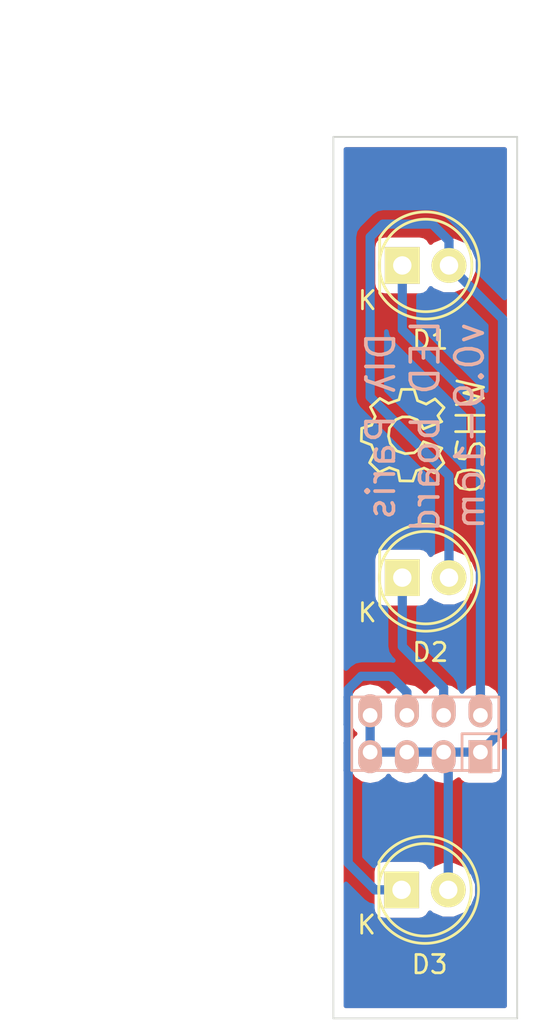
<source format=kicad_pcb>
(kicad_pcb (version 4) (host pcbnew "(2015-08-06 BZR 6060)-product")

  (general
    (links 10)
    (no_connects 0)
    (area 117.449999 52.449999 127.550001 100.550001)
    (thickness 1.6)
    (drawings 7)
    (tracks 40)
    (zones 0)
    (modules 5)
    (nets 5)
  )

  (page A4)
  (layers
    (0 F.Cu signal)
    (31 B.Cu signal)
    (32 B.Adhes user)
    (33 F.Adhes user)
    (34 B.Paste user)
    (35 F.Paste user)
    (36 B.SilkS user)
    (37 F.SilkS user)
    (38 B.Mask user)
    (39 F.Mask user)
    (40 Dwgs.User user)
    (41 Cmts.User user)
    (42 Eco1.User user)
    (43 Eco2.User user)
    (44 Edge.Cuts user)
    (45 Margin user)
    (46 B.CrtYd user)
    (47 F.CrtYd user)
    (48 B.Fab user)
    (49 F.Fab user)
  )

  (setup
    (last_trace_width 0.5)
    (trace_clearance 0.3)
    (zone_clearance 0.508)
    (zone_45_only no)
    (trace_min 0.2)
    (segment_width 0.2)
    (edge_width 0.1)
    (via_size 0.6)
    (via_drill 0.4)
    (via_min_size 0.4)
    (via_min_drill 0.3)
    (uvia_size 0.3)
    (uvia_drill 0.1)
    (uvias_allowed no)
    (uvia_min_size 0.2)
    (uvia_min_drill 0.1)
    (pcb_text_width 0.3)
    (pcb_text_size 1.5 1.5)
    (mod_edge_width 0.15)
    (mod_text_size 1 1)
    (mod_text_width 0.15)
    (pad_size 1.5 1.5)
    (pad_drill 0.6)
    (pad_to_mask_clearance 0)
    (aux_axis_origin 0 0)
    (visible_elements FFFFFF7F)
    (pcbplotparams
      (layerselection 0x00030_80000001)
      (usegerberextensions false)
      (excludeedgelayer true)
      (linewidth 0.100000)
      (plotframeref false)
      (viasonmask false)
      (mode 1)
      (useauxorigin false)
      (hpglpennumber 1)
      (hpglpenspeed 20)
      (hpglpendiameter 15)
      (hpglpenoverlay 2)
      (psnegative false)
      (psa4output false)
      (plotreference true)
      (plotvalue true)
      (plotinvisibletext false)
      (padsonsilk false)
      (subtractmaskfromsilk false)
      (outputformat 1)
      (mirror false)
      (drillshape 1)
      (scaleselection 1)
      (outputdirectory ""))
  )

  (net 0 "")
  (net 1 "Net-(D1-Pad1)")
  (net 2 +3V3)
  (net 3 "Net-(D2-Pad1)")
  (net 4 "Net-(D3-Pad1)")

  (net_class Default "This is the default net class."
    (clearance 0.3)
    (trace_width 0.5)
    (via_dia 0.6)
    (via_drill 0.4)
    (uvia_dia 0.3)
    (uvia_drill 0.1)
    (add_net +3V3)
    (add_net "Net-(D1-Pad1)")
    (add_net "Net-(D2-Pad1)")
    (add_net "Net-(D3-Pad1)")
  )

  (module LEDs:LED-5MM (layer F.Cu) (tedit 5570F7EA) (tstamp 55C86B21)
    (at 121.21 93.5)
    (descr "LED 5mm round vertical")
    (tags "LED 5mm round vertical")
    (path /55C871CE)
    (fp_text reference D3 (at 1.524 4.064) (layer F.SilkS)
      (effects (font (size 1 1) (thickness 0.15)))
    )
    (fp_text value LED (at 1.524 -3.937) (layer F.Fab)
      (effects (font (size 1 1) (thickness 0.15)))
    )
    (fp_line (start -1.5 -1.55) (end -1.5 1.55) (layer F.CrtYd) (width 0.05))
    (fp_arc (start 1.3 0) (end -1.5 1.55) (angle -302) (layer F.CrtYd) (width 0.05))
    (fp_arc (start 1.27 0) (end -1.23 -1.5) (angle 297.5) (layer F.SilkS) (width 0.15))
    (fp_line (start -1.23 1.5) (end -1.23 -1.5) (layer F.SilkS) (width 0.15))
    (fp_circle (center 1.27 0) (end 0.97 -2.5) (layer F.SilkS) (width 0.15))
    (fp_text user K (at -1.905 1.905) (layer F.SilkS)
      (effects (font (size 1 1) (thickness 0.15)))
    )
    (pad 1 thru_hole rect (at 0 0 90) (size 2 1.9) (drill 1.00076) (layers *.Cu *.Mask F.SilkS)
      (net 4 "Net-(D3-Pad1)"))
    (pad 2 thru_hole circle (at 2.54 0) (size 1.9 1.9) (drill 1.00076) (layers *.Cu *.Mask F.SilkS)
      (net 2 +3V3))
    (model LEDs.3dshapes/LED-5MM.wrl
      (at (xyz 0.05 0 0))
      (scale (xyz 1 1 1))
      (rotate (xyz 0 0 90))
    )
  )

  (module LEDs:LED-5MM (layer F.Cu) (tedit 5570F7EA) (tstamp 55C86B09)
    (at 121.25 59.5)
    (descr "LED 5mm round vertical")
    (tags "LED 5mm round vertical")
    (path /55C87150)
    (fp_text reference D1 (at 1.524 4.064) (layer F.SilkS)
      (effects (font (size 1 1) (thickness 0.15)))
    )
    (fp_text value LED (at 1.524 -3.937) (layer F.Fab)
      (effects (font (size 1 1) (thickness 0.15)))
    )
    (fp_line (start -1.5 -1.55) (end -1.5 1.55) (layer F.CrtYd) (width 0.05))
    (fp_arc (start 1.3 0) (end -1.5 1.55) (angle -302) (layer F.CrtYd) (width 0.05))
    (fp_arc (start 1.27 0) (end -1.23 -1.5) (angle 297.5) (layer F.SilkS) (width 0.15))
    (fp_line (start -1.23 1.5) (end -1.23 -1.5) (layer F.SilkS) (width 0.15))
    (fp_circle (center 1.27 0) (end 0.97 -2.5) (layer F.SilkS) (width 0.15))
    (fp_text user K (at -1.905 1.905) (layer F.SilkS)
      (effects (font (size 1 1) (thickness 0.15)))
    )
    (pad 1 thru_hole rect (at 0 0 90) (size 2 1.9) (drill 1.00076) (layers *.Cu *.Mask F.SilkS)
      (net 1 "Net-(D1-Pad1)"))
    (pad 2 thru_hole circle (at 2.54 0) (size 1.9 1.9) (drill 1.00076) (layers *.Cu *.Mask F.SilkS)
      (net 2 +3V3))
    (model LEDs.3dshapes/LED-5MM.wrl
      (at (xyz 0.05 0 0))
      (scale (xyz 1 1 1))
      (rotate (xyz 0 0 90))
    )
  )

  (module LEDs:LED-5MM (layer F.Cu) (tedit 5570F7EA) (tstamp 55C86B15)
    (at 121.25 76.5)
    (descr "LED 5mm round vertical")
    (tags "LED 5mm round vertical")
    (path /55C871AB)
    (fp_text reference D2 (at 1.524 4.064) (layer F.SilkS)
      (effects (font (size 1 1) (thickness 0.15)))
    )
    (fp_text value LED (at 1.524 -3.937) (layer F.Fab)
      (effects (font (size 1 1) (thickness 0.15)))
    )
    (fp_line (start -1.5 -1.55) (end -1.5 1.55) (layer F.CrtYd) (width 0.05))
    (fp_arc (start 1.3 0) (end -1.5 1.55) (angle -302) (layer F.CrtYd) (width 0.05))
    (fp_arc (start 1.27 0) (end -1.23 -1.5) (angle 297.5) (layer F.SilkS) (width 0.15))
    (fp_line (start -1.23 1.5) (end -1.23 -1.5) (layer F.SilkS) (width 0.15))
    (fp_circle (center 1.27 0) (end 0.97 -2.5) (layer F.SilkS) (width 0.15))
    (fp_text user K (at -1.905 1.905) (layer F.SilkS)
      (effects (font (size 1 1) (thickness 0.15)))
    )
    (pad 1 thru_hole rect (at 0 0 90) (size 2 1.9) (drill 1.00076) (layers *.Cu *.Mask F.SilkS)
      (net 3 "Net-(D2-Pad1)"))
    (pad 2 thru_hole circle (at 2.54 0) (size 1.9 1.9) (drill 1.00076) (layers *.Cu *.Mask F.SilkS)
      (net 2 +3V3))
    (model LEDs.3dshapes/LED-5MM.wrl
      (at (xyz 0.05 0 0))
      (scale (xyz 1 1 1))
      (rotate (xyz 0 0 90))
    )
  )

  (module Pin_Headers:Pin_Header_Straight_2x04_Pitch2.00mm (layer B.Cu) (tedit 0) (tstamp 55C86B33)
    (at 122.5 85 180)
    (descr "Pin Header 2mm 4x2pin")
    (tags "CONN DEV")
    (path /55C867D7)
    (fp_text reference P1 (at 0 5 180) (layer B.SilkS) hide
      (effects (font (size 1 1) (thickness 0.15)) (justify mirror))
    )
    (fp_text value CONN_02X04 (at 0 3 180) (layer B.Fab)
      (effects (font (size 1 1) (thickness 0.15)) (justify mirror))
    )
    (fp_line (start -4 0) (end -2 0) (layer B.SilkS) (width 0.15))
    (fp_line (start 4 2) (end 4 -2) (layer B.SilkS) (width 0.15))
    (fp_line (start 4 -2) (end -4 -2) (layer B.SilkS) (width 0.15))
    (fp_line (start -4 2) (end 4 2) (layer B.SilkS) (width 0.15))
    (fp_line (start -4 -2) (end -4 2) (layer B.SilkS) (width 0.15))
    (fp_line (start -2 0) (end -2 -2) (layer B.SilkS) (width 0.15))
    (pad 1 thru_hole rect (at -3 -1 180) (size 1.3 1.8) (drill 0.8 (offset 0 -0.25)) (layers *.Cu *.Mask B.SilkS)
      (net 2 +3V3))
    (pad 2 thru_hole oval (at -3 1 180) (size 1.3 1.8) (drill 0.8 (offset 0 0.25)) (layers *.Cu *.Mask B.SilkS)
      (net 1 "Net-(D1-Pad1)"))
    (pad 3 thru_hole oval (at -1 -1 180) (size 1.3 1.8) (drill 0.8 (offset 0 -0.25)) (layers *.Cu *.Mask B.SilkS)
      (net 2 +3V3))
    (pad 4 thru_hole oval (at -1 1 180) (size 1.3 1.8) (drill 0.8 (offset 0 0.25)) (layers *.Cu *.Mask B.SilkS)
      (net 3 "Net-(D2-Pad1)"))
    (pad 5 thru_hole oval (at 1 -1 180) (size 1.3 1.8) (drill 0.8 (offset 0 -0.25)) (layers *.Cu *.Mask B.SilkS)
      (net 2 +3V3))
    (pad 6 thru_hole oval (at 1 1 180) (size 1.3 1.8) (drill 0.8 (offset 0 0.25)) (layers *.Cu *.Mask B.SilkS)
      (net 4 "Net-(D3-Pad1)"))
    (pad 7 thru_hole oval (at 3 -1 180) (size 1.3 1.8) (drill 0.8 (offset 0 -0.25)) (layers *.Cu *.Mask B.SilkS)
      (net 2 +3V3))
    (pad 8 thru_hole oval (at 3 1 180) (size 1.3 1.8) (drill 0.8 (offset 0 0.25)) (layers *.Cu *.Mask B.SilkS)
      (net 2 +3V3))
    (model Pin_Headers.3dshapes/Pin_Header_Straight_2x04_Pitch2.00mm.wrl
      (at (xyz 0 0 0))
      (scale (xyz 1 1 1))
      (rotate (xyz 0 0 0))
    )
  )

  (module Symbols:Symbol_OSHW-Logo_SilkScreen (layer F.Cu) (tedit 55C87622) (tstamp 55C8E465)
    (at 121.5 68.75 90)
    (descr "Symbol, OSHW-Logo, Silk Screen,")
    (tags "Symbol, OSHW-Logo, Silk Screen,")
    (fp_text reference REF** (at 0.09906 -4.38912 90) (layer F.SilkS) hide
      (effects (font (size 1 1) (thickness 0.15)))
    )
    (fp_text value Symbol_OSHW-Logo_SilkScreen (at 0.30988 6.56082 90) (layer F.Fab)
      (effects (font (size 1 1) (thickness 0.15)))
    )
    (fp_line (start 1.66878 2.68986) (end 2.02946 4.16052) (layer F.SilkS) (width 0.15))
    (fp_line (start 2.02946 4.16052) (end 2.30886 3.0988) (layer F.SilkS) (width 0.15))
    (fp_line (start 2.30886 3.0988) (end 2.61874 4.17068) (layer F.SilkS) (width 0.15))
    (fp_line (start 2.61874 4.17068) (end 2.9591 2.72034) (layer F.SilkS) (width 0.15))
    (fp_line (start 0.24892 3.38074) (end 1.03886 3.37058) (layer F.SilkS) (width 0.15))
    (fp_line (start 1.03886 3.37058) (end 1.04902 3.38074) (layer F.SilkS) (width 0.15))
    (fp_line (start 1.04902 3.38074) (end 1.04902 3.37058) (layer F.SilkS) (width 0.15))
    (fp_line (start 1.08966 2.65938) (end 1.08966 4.20116) (layer F.SilkS) (width 0.15))
    (fp_line (start 0.20066 2.64922) (end 0.20066 4.21894) (layer F.SilkS) (width 0.15))
    (fp_line (start 0.20066 4.21894) (end 0.21082 4.20878) (layer F.SilkS) (width 0.15))
    (fp_line (start -0.35052 2.75082) (end -0.70104 2.66954) (layer F.SilkS) (width 0.15))
    (fp_line (start -0.70104 2.66954) (end -1.02108 2.65938) (layer F.SilkS) (width 0.15))
    (fp_line (start -1.02108 2.65938) (end -1.25984 2.86004) (layer F.SilkS) (width 0.15))
    (fp_line (start -1.25984 2.86004) (end -1.29032 3.12928) (layer F.SilkS) (width 0.15))
    (fp_line (start -1.29032 3.12928) (end -1.04902 3.37058) (layer F.SilkS) (width 0.15))
    (fp_line (start -1.04902 3.37058) (end -0.6604 3.50012) (layer F.SilkS) (width 0.15))
    (fp_line (start -0.6604 3.50012) (end -0.48006 3.66014) (layer F.SilkS) (width 0.15))
    (fp_line (start -0.48006 3.66014) (end -0.43942 3.95986) (layer F.SilkS) (width 0.15))
    (fp_line (start -0.43942 3.95986) (end -0.67056 4.18084) (layer F.SilkS) (width 0.15))
    (fp_line (start -0.67056 4.18084) (end -0.9906 4.20878) (layer F.SilkS) (width 0.15))
    (fp_line (start -0.9906 4.20878) (end -1.34112 4.09956) (layer F.SilkS) (width 0.15))
    (fp_line (start -2.37998 2.64922) (end -2.6289 2.66954) (layer F.SilkS) (width 0.15))
    (fp_line (start -2.6289 2.66954) (end -2.8702 2.91084) (layer F.SilkS) (width 0.15))
    (fp_line (start -2.8702 2.91084) (end -2.9591 3.40106) (layer F.SilkS) (width 0.15))
    (fp_line (start -2.9591 3.40106) (end -2.93116 3.74904) (layer F.SilkS) (width 0.15))
    (fp_line (start -2.93116 3.74904) (end -2.7305 4.06908) (layer F.SilkS) (width 0.15))
    (fp_line (start -2.7305 4.06908) (end -2.47904 4.191) (layer F.SilkS) (width 0.15))
    (fp_line (start -2.47904 4.191) (end -2.16916 4.11988) (layer F.SilkS) (width 0.15))
    (fp_line (start -2.16916 4.11988) (end -1.95072 3.93954) (layer F.SilkS) (width 0.15))
    (fp_line (start -1.95072 3.93954) (end -1.8796 3.4798) (layer F.SilkS) (width 0.15))
    (fp_line (start -1.8796 3.4798) (end -1.9304 3.07086) (layer F.SilkS) (width 0.15))
    (fp_line (start -1.9304 3.07086) (end -2.03962 2.78892) (layer F.SilkS) (width 0.15))
    (fp_line (start -2.03962 2.78892) (end -2.4003 2.65938) (layer F.SilkS) (width 0.15))
    (fp_line (start -1.78054 0.92964) (end -2.03962 1.49098) (layer F.SilkS) (width 0.15))
    (fp_line (start -2.03962 1.49098) (end -1.50114 2.00914) (layer F.SilkS) (width 0.15))
    (fp_line (start -1.50114 2.00914) (end -0.98044 1.7399) (layer F.SilkS) (width 0.15))
    (fp_line (start -0.98044 1.7399) (end -0.70104 1.89992) (layer F.SilkS) (width 0.15))
    (fp_line (start 0.73914 1.8796) (end 1.06934 1.6891) (layer F.SilkS) (width 0.15))
    (fp_line (start 1.06934 1.6891) (end 1.50876 2.0193) (layer F.SilkS) (width 0.15))
    (fp_line (start 1.50876 2.0193) (end 1.9812 1.52908) (layer F.SilkS) (width 0.15))
    (fp_line (start 1.9812 1.52908) (end 1.69926 1.04902) (layer F.SilkS) (width 0.15))
    (fp_line (start 1.69926 1.04902) (end 1.88976 0.57912) (layer F.SilkS) (width 0.15))
    (fp_line (start 1.88976 0.57912) (end 2.49936 0.39116) (layer F.SilkS) (width 0.15))
    (fp_line (start 2.49936 0.39116) (end 2.49936 -0.28956) (layer F.SilkS) (width 0.15))
    (fp_line (start 2.49936 -0.28956) (end 1.94056 -0.42926) (layer F.SilkS) (width 0.15))
    (fp_line (start 1.94056 -0.42926) (end 1.7399 -1.00076) (layer F.SilkS) (width 0.15))
    (fp_line (start 1.7399 -1.00076) (end 2.00914 -1.47066) (layer F.SilkS) (width 0.15))
    (fp_line (start 2.00914 -1.47066) (end 1.53924 -1.9812) (layer F.SilkS) (width 0.15))
    (fp_line (start 1.53924 -1.9812) (end 1.02108 -1.71958) (layer F.SilkS) (width 0.15))
    (fp_line (start 1.02108 -1.71958) (end 0.55118 -1.92024) (layer F.SilkS) (width 0.15))
    (fp_line (start 0.55118 -1.92024) (end 0.381 -2.46126) (layer F.SilkS) (width 0.15))
    (fp_line (start 0.381 -2.46126) (end -0.30988 -2.47904) (layer F.SilkS) (width 0.15))
    (fp_line (start -0.30988 -2.47904) (end -0.5207 -1.9304) (layer F.SilkS) (width 0.15))
    (fp_line (start -0.5207 -1.9304) (end -0.9398 -1.76022) (layer F.SilkS) (width 0.15))
    (fp_line (start -0.9398 -1.76022) (end -1.49098 -2.02946) (layer F.SilkS) (width 0.15))
    (fp_line (start -1.49098 -2.02946) (end -2.00914 -1.50114) (layer F.SilkS) (width 0.15))
    (fp_line (start -2.00914 -1.50114) (end -1.76022 -0.96012) (layer F.SilkS) (width 0.15))
    (fp_line (start -1.76022 -0.96012) (end -1.9304 -0.48006) (layer F.SilkS) (width 0.15))
    (fp_line (start -1.9304 -0.48006) (end -2.47904 -0.381) (layer F.SilkS) (width 0.15))
    (fp_line (start -2.47904 -0.381) (end -2.4892 0.32004) (layer F.SilkS) (width 0.15))
    (fp_line (start -2.4892 0.32004) (end -1.9304 0.5207) (layer F.SilkS) (width 0.15))
    (fp_line (start -1.9304 0.5207) (end -1.7907 0.91948) (layer F.SilkS) (width 0.15))
    (fp_line (start 0.35052 0.89916) (end 0.65024 0.7493) (layer F.SilkS) (width 0.15))
    (fp_line (start 0.65024 0.7493) (end 0.8509 0.55118) (layer F.SilkS) (width 0.15))
    (fp_line (start 0.8509 0.55118) (end 1.00076 0.14986) (layer F.SilkS) (width 0.15))
    (fp_line (start 1.00076 0.14986) (end 1.00076 -0.24892) (layer F.SilkS) (width 0.15))
    (fp_line (start 1.00076 -0.24892) (end 0.8509 -0.59944) (layer F.SilkS) (width 0.15))
    (fp_line (start 0.8509 -0.59944) (end 0.39878 -0.94996) (layer F.SilkS) (width 0.15))
    (fp_line (start 0.39878 -0.94996) (end -0.0508 -1.00076) (layer F.SilkS) (width 0.15))
    (fp_line (start -0.0508 -1.00076) (end -0.44958 -0.89916) (layer F.SilkS) (width 0.15))
    (fp_line (start -0.44958 -0.89916) (end -0.8509 -0.55118) (layer F.SilkS) (width 0.15))
    (fp_line (start -0.8509 -0.55118) (end -1.00076 -0.09906) (layer F.SilkS) (width 0.15))
    (fp_line (start -1.00076 -0.09906) (end -0.94996 0.39878) (layer F.SilkS) (width 0.15))
    (fp_line (start -0.94996 0.39878) (end -0.70104 0.70104) (layer F.SilkS) (width 0.15))
    (fp_line (start -0.70104 0.70104) (end -0.35052 0.89916) (layer F.SilkS) (width 0.15))
    (fp_line (start -0.35052 0.89916) (end -0.70104 1.89992) (layer F.SilkS) (width 0.15))
    (fp_line (start 0.35052 0.89916) (end 0.7493 1.89992) (layer F.SilkS) (width 0.15))
  )

  (gr_text "DIλ Paris\nLED board\nv0.9-1cm" (at 122.5 68.25 90) (layer B.SilkS)
    (effects (font (size 1.5 1.5) (thickness 0.2)) (justify mirror))
  )
  (gr_line (start 117.5 100.5) (end 117.5 52.5) (layer Edge.Cuts) (width 0.1))
  (gr_line (start 127.5 100.5) (end 117.5 100.5) (layer Edge.Cuts) (width 0.1))
  (gr_line (start 127.5 52.5) (end 127.5 100.5) (layer Edge.Cuts) (width 0.1))
  (gr_line (start 117.5 52.5) (end 127.5 52.5) (layer Edge.Cuts) (width 0.1))
  (dimension 48 (width 0.3) (layer Dwgs.User)
    (gr_text "48.000 mm" (at 105.65 76.5 270) (layer Dwgs.User)
      (effects (font (size 1.5 1.5) (thickness 0.3)))
    )
    (feature1 (pts (xy 117.5 100.5) (xy 104.3 100.5)))
    (feature2 (pts (xy 117.5 52.5) (xy 104.3 52.5)))
    (crossbar (pts (xy 107 52.5) (xy 107 100.5)))
    (arrow1a (pts (xy 107 100.5) (xy 106.413579 99.373496)))
    (arrow1b (pts (xy 107 100.5) (xy 107.586421 99.373496)))
    (arrow2a (pts (xy 107 52.5) (xy 106.413579 53.626504)))
    (arrow2b (pts (xy 107 52.5) (xy 107.586421 53.626504)))
  )
  (dimension 10 (width 0.3) (layer Dwgs.User)
    (gr_text "10.000 mm" (at 122.5 46.9) (layer Dwgs.User)
      (effects (font (size 1.5 1.5) (thickness 0.3)))
    )
    (feature1 (pts (xy 127.5 52.5) (xy 127.5 45.55)))
    (feature2 (pts (xy 117.5 52.5) (xy 117.5 45.55)))
    (crossbar (pts (xy 117.5 48.25) (xy 127.5 48.25)))
    (arrow1a (pts (xy 127.5 48.25) (xy 126.373496 48.836421)))
    (arrow1b (pts (xy 127.5 48.25) (xy 126.373496 47.663579)))
    (arrow2a (pts (xy 117.5 48.25) (xy 118.626504 48.836421)))
    (arrow2b (pts (xy 117.5 48.25) (xy 118.626504 47.663579)))
  )

  (segment (start 125.5 67.25) (end 121.25 63) (width 0.5) (layer B.Cu) (net 1))
  (segment (start 121.25 63) (end 121.25 59.5) (width 0.5) (layer B.Cu) (net 1))
  (segment (start 125.5 84) (end 125.5 67.25) (width 0.5) (layer B.Cu) (net 1))
  (segment (start 123.79 76.5) (end 123.79 70.948338) (width 0.5) (layer B.Cu) (net 2))
  (segment (start 123.79 70.948338) (end 119.5 66.658338) (width 0.5) (layer B.Cu) (net 2))
  (segment (start 119.5 66.658338) (end 119.5 57.949998) (width 0.5) (layer B.Cu) (net 2))
  (segment (start 119.5 57.949998) (end 120.199998 57.25) (width 0.5) (layer B.Cu) (net 2))
  (segment (start 120.199998 57.25) (end 122.883502 57.25) (width 0.5) (layer B.Cu) (net 2))
  (segment (start 122.883502 57.25) (end 123.79 58.156498) (width 0.5) (layer B.Cu) (net 2))
  (segment (start 123.79 58.156498) (end 123.79 59.5) (width 0.5) (layer B.Cu) (net 2))
  (segment (start 123.5 86) (end 123.556097 86.056097) (width 0.5) (layer B.Cu) (net 2))
  (segment (start 123.75 86.074094) (end 123.75 93.5) (width 0.5) (layer B.Cu) (net 2))
  (segment (start 123.556097 86.056097) (end 123.732003 86.056097) (width 0.5) (layer B.Cu) (net 2))
  (segment (start 123.732003 86.056097) (end 123.75 86.074094) (width 0.5) (layer B.Cu) (net 2))
  (segment (start 125.5 86) (end 126.70001 84.79999) (width 0.5) (layer B.Cu) (net 2))
  (segment (start 126.70001 84.79999) (end 126.70001 62.41001) (width 0.5) (layer B.Cu) (net 2))
  (segment (start 126.70001 62.41001) (end 124.739999 60.449999) (width 0.5) (layer B.Cu) (net 2))
  (segment (start 124.739999 60.449999) (end 123.79 59.5) (width 0.5) (layer B.Cu) (net 2))
  (segment (start 123.5 86) (end 125.5 86) (width 0.5) (layer B.Cu) (net 2))
  (segment (start 121.5 86) (end 123.5 86) (width 0.5) (layer B.Cu) (net 2))
  (segment (start 119.5 86) (end 121.5 86) (width 0.5) (layer B.Cu) (net 2))
  (segment (start 119.5 84) (end 119.5 86) (width 0.5) (layer B.Cu) (net 2))
  (segment (start 123.5 82.5) (end 121.25 80.25) (width 0.5) (layer B.Cu) (net 3))
  (segment (start 121.25 80.25) (end 121.25 76.5) (width 0.5) (layer B.Cu) (net 3))
  (segment (start 123.5 84) (end 123.5 82.5) (width 0.5) (layer B.Cu) (net 3))
  (segment (start 121.21 93.5) (end 119.76 93.5) (width 0.5) (layer B.Cu) (net 4))
  (segment (start 120.63215 81.871138) (end 121.5 82.738988) (width 0.5) (layer B.Cu) (net 4))
  (segment (start 119.76 93.5) (end 118.306702 92.046702) (width 0.5) (layer B.Cu) (net 4))
  (segment (start 118.29999 84.49706) (end 118.29999 83.00294) (width 0.5) (layer B.Cu) (net 4))
  (segment (start 118.306702 92.046702) (end 118.306702 87.003772) (width 0.5) (layer B.Cu) (net 4))
  (segment (start 118.306702 87.003772) (end 118.29999 86.99706) (width 0.5) (layer B.Cu) (net 4))
  (segment (start 118.29999 85.50294) (end 118.306702 85.496228) (width 0.5) (layer B.Cu) (net 4))
  (segment (start 119.015488 81.871138) (end 120.63215 81.871138) (width 0.5) (layer B.Cu) (net 4))
  (segment (start 118.29999 86.99706) (end 118.29999 85.50294) (width 0.5) (layer B.Cu) (net 4))
  (segment (start 118.306702 82.579924) (end 119.015488 81.871138) (width 0.5) (layer B.Cu) (net 4))
  (segment (start 121.5 82.738988) (end 121.5 84) (width 0.5) (layer B.Cu) (net 4))
  (segment (start 118.306702 85.496228) (end 118.306702 84.503772) (width 0.5) (layer B.Cu) (net 4))
  (segment (start 118.306702 84.503772) (end 118.29999 84.49706) (width 0.5) (layer B.Cu) (net 4))
  (segment (start 118.29999 83.00294) (end 118.306702 82.996228) (width 0.5) (layer B.Cu) (net 4))
  (segment (start 118.306702 82.996228) (end 118.306702 82.579924) (width 0.5) (layer B.Cu) (net 4))

  (zone (net 0) (net_name "") (layer B.Cu) (tstamp 0) (hatch edge 0.508)
    (connect_pads (clearance 0.508))
    (min_thickness 0.254)
    (fill yes (arc_segments 16) (thermal_gap 0.508) (thermal_bridge_width 0.508))
    (polygon
      (pts
        (xy 117.25 52) (xy 127.75 52) (xy 127.75 100.75) (xy 117.25 100.75)
      )
    )
    (filled_polygon
      (pts
        (xy 126.815 99.815) (xy 118.185 99.815) (xy 118.185 93.17658) (xy 119.134208 94.125787) (xy 119.13421 94.12579)
        (xy 119.421325 94.317633) (xy 119.477516 94.32881) (xy 119.61256 94.355673) (xy 119.61256 94.5) (xy 119.656838 94.735317)
        (xy 119.79591 94.951441) (xy 120.00811 95.096431) (xy 120.26 95.14744) (xy 122.16 95.14744) (xy 122.395317 95.103162)
        (xy 122.611441 94.96409) (xy 122.756431 94.75189) (xy 122.757055 94.748808) (xy 122.850997 94.842914) (xy 123.433341 95.084724)
        (xy 124.063893 95.085275) (xy 124.646657 94.844481) (xy 125.092914 94.399003) (xy 125.334724 93.816659) (xy 125.335275 93.186107)
        (xy 125.094481 92.603343) (xy 124.649003 92.157086) (xy 124.635 92.151271) (xy 124.635 87.753901) (xy 124.85 87.79744)
        (xy 126.15 87.79744) (xy 126.385317 87.753162) (xy 126.601441 87.61409) (xy 126.746431 87.40189) (xy 126.79744 87.15)
        (xy 126.79744 85.954139) (xy 126.815 85.936579)
      )
    )
    (filled_polygon
      (pts
        (xy 122.591368 87.438704) (xy 122.865 87.621539) (xy 122.865 92.150702) (xy 122.853343 92.155519) (xy 122.755663 92.253029)
        (xy 122.62409 92.048559) (xy 122.41189 91.903569) (xy 122.16 91.85256) (xy 120.26 91.85256) (xy 120.024683 91.896838)
        (xy 119.808559 92.03591) (xy 119.702586 92.191007) (xy 119.191702 91.680122) (xy 119.191702 87.753748) (xy 119.5 87.815072)
        (xy 119.991748 87.717257) (xy 120.408632 87.438704) (xy 120.5 87.301962) (xy 120.591368 87.438704) (xy 121.008252 87.717257)
        (xy 121.5 87.815072) (xy 121.991748 87.717257) (xy 122.408632 87.438704) (xy 122.5 87.301962)
      )
    )
    (filled_polygon
      (pts
        (xy 122.890997 77.842914) (xy 123.473341 78.084724) (xy 124.103893 78.085275) (xy 124.615 77.874089) (xy 124.615 82.545506)
        (xy 124.591368 82.561296) (xy 124.5 82.698038) (xy 124.408632 82.561296) (xy 124.385 82.545506) (xy 124.385 82.500005)
        (xy 124.385001 82.5) (xy 124.317634 82.161326) (xy 124.157291 81.921355) (xy 124.12579 81.87421) (xy 124.125787 81.874208)
        (xy 122.135 79.88342) (xy 122.135 78.14744) (xy 122.2 78.14744) (xy 122.435317 78.103162) (xy 122.651441 77.96409)
        (xy 122.796431 77.75189) (xy 122.797055 77.748808)
      )
    )
    (filled_polygon
      (pts
        (xy 126.815 61.273421) (xy 125.369887 59.828307) (xy 125.374724 59.816659) (xy 125.375275 59.186107) (xy 125.134481 58.603343)
        (xy 124.689003 58.157086) (xy 124.673868 58.150801) (xy 124.607633 57.817824) (xy 124.607633 57.817823) (xy 124.41579 57.530708)
        (xy 124.415787 57.530706) (xy 123.509292 56.62421) (xy 123.222177 56.432367) (xy 123.165986 56.42119) (xy 122.883502 56.364999)
        (xy 122.883497 56.365) (xy 120.200003 56.365) (xy 120.199998 56.364999) (xy 119.917514 56.42119) (xy 119.861323 56.432367)
        (xy 119.574208 56.62421) (xy 119.574206 56.624213) (xy 118.87421 57.324208) (xy 118.682367 57.611323) (xy 118.682367 57.611324)
        (xy 118.614999 57.949998) (xy 118.615 57.950003) (xy 118.615 66.658333) (xy 118.614999 66.658338) (xy 118.665323 66.911326)
        (xy 118.682367 66.997013) (xy 118.851407 67.25) (xy 118.87421 67.284128) (xy 122.905 71.314917) (xy 122.905 75.150702)
        (xy 122.893343 75.155519) (xy 122.795663 75.253029) (xy 122.66409 75.048559) (xy 122.45189 74.903569) (xy 122.2 74.85256)
        (xy 120.3 74.85256) (xy 120.064683 74.896838) (xy 119.848559 75.03591) (xy 119.703569 75.24811) (xy 119.65256 75.5)
        (xy 119.65256 77.5) (xy 119.696838 77.735317) (xy 119.83591 77.951441) (xy 120.04811 78.096431) (xy 120.3 78.14744)
        (xy 120.365 78.14744) (xy 120.365 80.249995) (xy 120.364999 80.25) (xy 120.42119 80.532484) (xy 120.432367 80.588675)
        (xy 120.62421 80.87579) (xy 120.759986 81.011566) (xy 120.63215 80.986137) (xy 120.632145 80.986138) (xy 119.015493 80.986138)
        (xy 119.015488 80.986137) (xy 118.733004 81.042328) (xy 118.676813 81.053505) (xy 118.389698 81.245348) (xy 118.389696 81.245351)
        (xy 118.185 81.450047) (xy 118.185 53.185) (xy 126.815 53.185)
      )
    )
    (filled_polygon
      (pts
        (xy 120.410281 63.227643) (xy 120.432367 63.338675) (xy 120.62421 63.62579) (xy 124.615 67.616579) (xy 124.615 70.646699)
        (xy 124.607633 70.609663) (xy 124.41579 70.322548) (xy 124.415787 70.322546) (xy 120.385 66.291758) (xy 120.385 63.100549)
      )
    )
    (filled_polygon
      (pts
        (xy 122.890997 60.842914) (xy 123.473341 61.084724) (xy 124.103893 61.085275) (xy 124.117905 61.079485) (xy 125.81501 62.776589)
        (xy 125.81501 66.313431) (xy 122.135 62.63342) (xy 122.135 61.14744) (xy 122.2 61.14744) (xy 122.435317 61.103162)
        (xy 122.651441 60.96409) (xy 122.796431 60.75189) (xy 122.797055 60.748808)
      )
    )
  )
  (zone (net 0) (net_name "") (layer F.Cu) (tstamp 55C87408) (hatch edge 0.508)
    (connect_pads (clearance 0.508))
    (min_thickness 0.254)
    (fill yes (arc_segments 16) (thermal_gap 0.508) (thermal_bridge_width 0.508))
    (polygon
      (pts
        (xy 117.25 52) (xy 127.75 52) (xy 127.75 100.75) (xy 117.25 100.75)
      )
    )
    (filled_polygon
      (pts
        (xy 126.815 99.815) (xy 118.185 99.815) (xy 118.185 92.5) (xy 119.61256 92.5) (xy 119.61256 94.5)
        (xy 119.656838 94.735317) (xy 119.79591 94.951441) (xy 120.00811 95.096431) (xy 120.26 95.14744) (xy 122.16 95.14744)
        (xy 122.395317 95.103162) (xy 122.611441 94.96409) (xy 122.756431 94.75189) (xy 122.757055 94.748808) (xy 122.850997 94.842914)
        (xy 123.433341 95.084724) (xy 124.063893 95.085275) (xy 124.646657 94.844481) (xy 125.092914 94.399003) (xy 125.334724 93.816659)
        (xy 125.335275 93.186107) (xy 125.094481 92.603343) (xy 124.649003 92.157086) (xy 124.066659 91.915276) (xy 123.436107 91.914725)
        (xy 122.853343 92.155519) (xy 122.755663 92.253029) (xy 122.62409 92.048559) (xy 122.41189 91.903569) (xy 122.16 91.85256)
        (xy 120.26 91.85256) (xy 120.024683 91.896838) (xy 119.808559 92.03591) (xy 119.663569 92.24811) (xy 119.61256 92.5)
        (xy 118.185 92.5) (xy 118.185 83.469928) (xy 118.215 83.469928) (xy 118.215 84.030072) (xy 118.312815 84.52182)
        (xy 118.591368 84.938704) (xy 118.683104 85) (xy 118.591368 85.061296) (xy 118.312815 85.47818) (xy 118.215 85.969928)
        (xy 118.215 86.530072) (xy 118.312815 87.02182) (xy 118.591368 87.438704) (xy 119.008252 87.717257) (xy 119.5 87.815072)
        (xy 119.991748 87.717257) (xy 120.408632 87.438704) (xy 120.5 87.301962) (xy 120.591368 87.438704) (xy 121.008252 87.717257)
        (xy 121.5 87.815072) (xy 121.991748 87.717257) (xy 122.408632 87.438704) (xy 122.5 87.301962) (xy 122.591368 87.438704)
        (xy 123.008252 87.717257) (xy 123.5 87.815072) (xy 123.991748 87.717257) (xy 124.31951 87.498253) (xy 124.38591 87.601441)
        (xy 124.59811 87.746431) (xy 124.85 87.79744) (xy 126.15 87.79744) (xy 126.385317 87.753162) (xy 126.601441 87.61409)
        (xy 126.746431 87.40189) (xy 126.79744 87.15) (xy 126.79744 85.35) (xy 126.753162 85.114683) (xy 126.61409 84.898559)
        (xy 126.491448 84.814761) (xy 126.687185 84.52182) (xy 126.785 84.030072) (xy 126.785 83.469928) (xy 126.687185 82.97818)
        (xy 126.408632 82.561296) (xy 125.991748 82.282743) (xy 125.5 82.184928) (xy 125.008252 82.282743) (xy 124.591368 82.561296)
        (xy 124.5 82.698038) (xy 124.408632 82.561296) (xy 123.991748 82.282743) (xy 123.5 82.184928) (xy 123.008252 82.282743)
        (xy 122.591368 82.561296) (xy 122.5 82.698038) (xy 122.408632 82.561296) (xy 121.991748 82.282743) (xy 121.5 82.184928)
        (xy 121.008252 82.282743) (xy 120.591368 82.561296) (xy 120.5 82.698038) (xy 120.408632 82.561296) (xy 119.991748 82.282743)
        (xy 119.5 82.184928) (xy 119.008252 82.282743) (xy 118.591368 82.561296) (xy 118.312815 82.97818) (xy 118.215 83.469928)
        (xy 118.185 83.469928) (xy 118.185 75.5) (xy 119.65256 75.5) (xy 119.65256 77.5) (xy 119.696838 77.735317)
        (xy 119.83591 77.951441) (xy 120.04811 78.096431) (xy 120.3 78.14744) (xy 122.2 78.14744) (xy 122.435317 78.103162)
        (xy 122.651441 77.96409) (xy 122.796431 77.75189) (xy 122.797055 77.748808) (xy 122.890997 77.842914) (xy 123.473341 78.084724)
        (xy 124.103893 78.085275) (xy 124.686657 77.844481) (xy 125.132914 77.399003) (xy 125.374724 76.816659) (xy 125.375275 76.186107)
        (xy 125.134481 75.603343) (xy 124.689003 75.157086) (xy 124.106659 74.915276) (xy 123.476107 74.914725) (xy 122.893343 75.155519)
        (xy 122.795663 75.253029) (xy 122.66409 75.048559) (xy 122.45189 74.903569) (xy 122.2 74.85256) (xy 120.3 74.85256)
        (xy 120.064683 74.896838) (xy 119.848559 75.03591) (xy 119.703569 75.24811) (xy 119.65256 75.5) (xy 118.185 75.5)
        (xy 118.185 58.5) (xy 119.65256 58.5) (xy 119.65256 60.5) (xy 119.696838 60.735317) (xy 119.83591 60.951441)
        (xy 120.04811 61.096431) (xy 120.3 61.14744) (xy 122.2 61.14744) (xy 122.435317 61.103162) (xy 122.651441 60.96409)
        (xy 122.796431 60.75189) (xy 122.797055 60.748808) (xy 122.890997 60.842914) (xy 123.473341 61.084724) (xy 124.103893 61.085275)
        (xy 124.686657 60.844481) (xy 125.132914 60.399003) (xy 125.374724 59.816659) (xy 125.375275 59.186107) (xy 125.134481 58.603343)
        (xy 124.689003 58.157086) (xy 124.106659 57.915276) (xy 123.476107 57.914725) (xy 122.893343 58.155519) (xy 122.795663 58.253029)
        (xy 122.66409 58.048559) (xy 122.45189 57.903569) (xy 122.2 57.85256) (xy 120.3 57.85256) (xy 120.064683 57.896838)
        (xy 119.848559 58.03591) (xy 119.703569 58.24811) (xy 119.65256 58.5) (xy 118.185 58.5) (xy 118.185 53.185)
        (xy 126.815 53.185)
      )
    )
  )
  (zone (net 0) (net_name "") (layer B.Cu) (tstamp 0) (hatch edge 0.508)
    (connect_pads (clearance 0.508))
    (min_thickness 0.254)
    (keepout (tracks allowed) (vias allowed) (copperpour not_allowed))
    (fill yes (arc_segments 16) (thermal_gap 0.508) (thermal_bridge_width 0.508))
    (polygon
      (pts
        (xy 120 84.5) (xy 125 84.5) (xy 125 85.5) (xy 120 85.5)
      )
    )
  )
  (zone (net 0) (net_name "") (layer F.Cu) (tstamp 55C87442) (hatch edge 0.508)
    (connect_pads (clearance 0.508))
    (min_thickness 0.254)
    (keepout (tracks allowed) (vias allowed) (copperpour not_allowed))
    (fill yes (arc_segments 16) (thermal_gap 0.508) (thermal_bridge_width 0.508))
    (polygon
      (pts
        (xy 120 84.5) (xy 125 84.5) (xy 125 85.5) (xy 120 85.5)
      )
    )
  )
)

</source>
